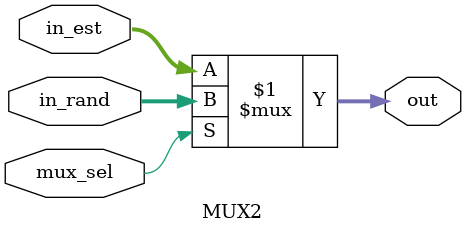
<source format=v>
module MUX2 (
    input mux_sel, 
    input [7:0] in_est, in_rand,
    output [7:0]out
);

    assign out = (mux_sel)? in_rand:in_est;
    
endmodule
</source>
